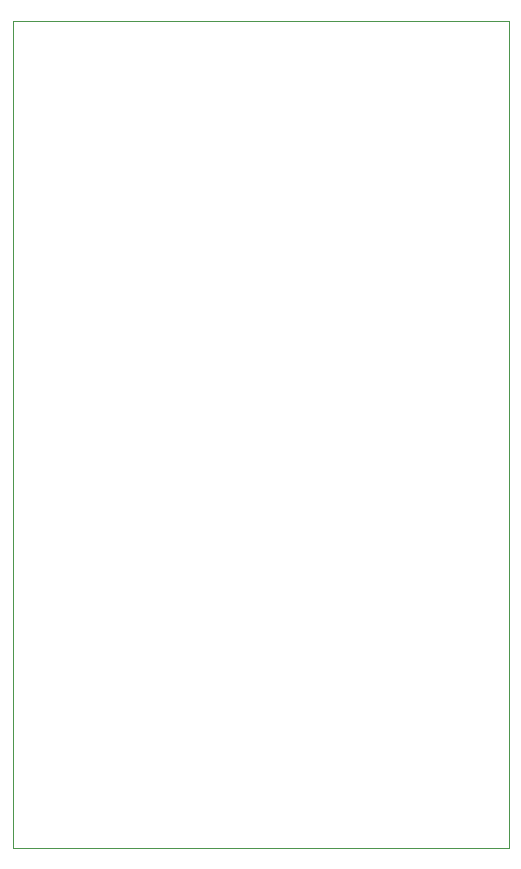
<source format=gbr>
%TF.GenerationSoftware,KiCad,Pcbnew,(5.1.12)-1*%
%TF.CreationDate,2022-01-07T12:55:28+01:00*%
%TF.ProjectId,leddriver,6c656464-7269-4766-9572-2e6b69636164,rev?*%
%TF.SameCoordinates,Original*%
%TF.FileFunction,Profile,NP*%
%FSLAX46Y46*%
G04 Gerber Fmt 4.6, Leading zero omitted, Abs format (unit mm)*
G04 Created by KiCad (PCBNEW (5.1.12)-1) date 2022-01-07 12:55:28*
%MOMM*%
%LPD*%
G01*
G04 APERTURE LIST*
%TA.AperFunction,Profile*%
%ADD10C,0.050000*%
%TD*%
G04 APERTURE END LIST*
D10*
X61000000Y-18500000D02*
X61000000Y-88500000D01*
X103000000Y-18500000D02*
X61000000Y-18500000D01*
X103000000Y-88500000D02*
X103000000Y-18500000D01*
X61000000Y-88500000D02*
X103000000Y-88500000D01*
M02*

</source>
